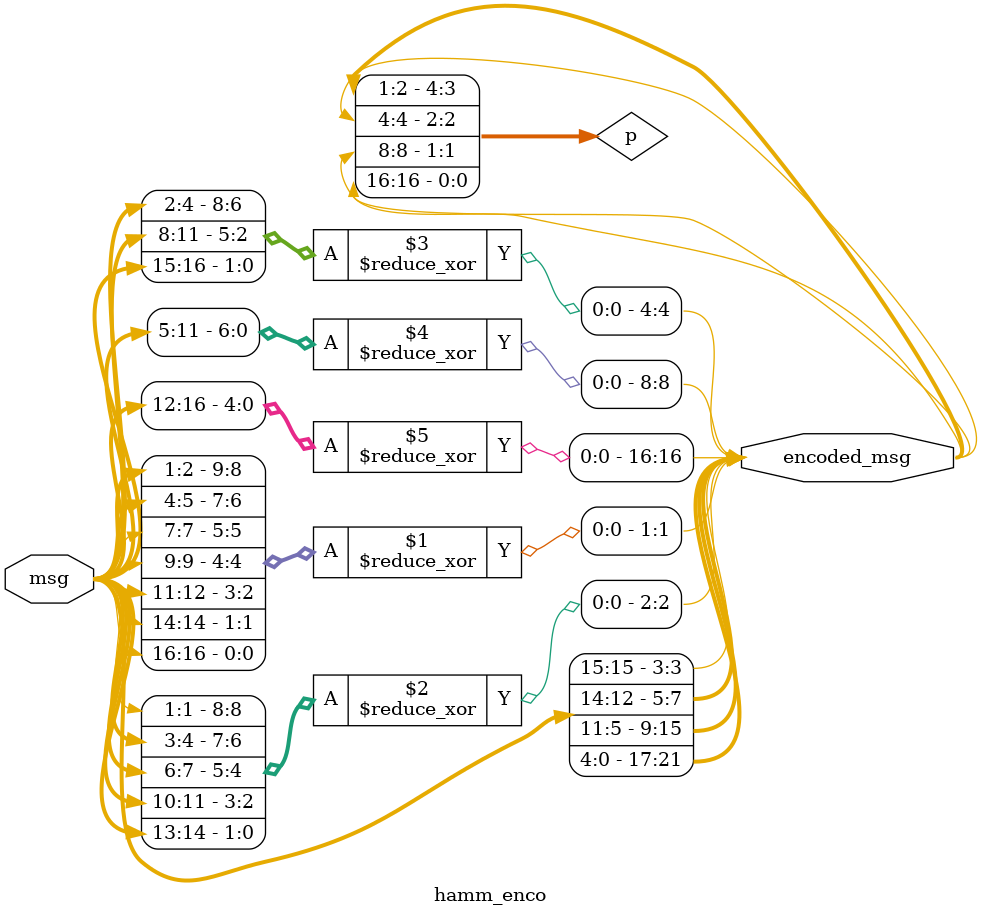
<source format=v>
`timescale 1ns / 1ps

module hamm_enco(msg,encoded_msg);
input [1:16]msg;
output [1:21]encoded_msg;

wire [1:5]p;
assign p[1] = ^{msg[1],msg[2],msg[4],msg[5],msg[7],msg[9],msg[11],msg[12],msg[14],msg[16]};
assign p[2] = ^{msg[1],msg[3:4],msg[6:7],msg[10:11],msg[13:14]};
assign p[3] = ^{msg[2:4],msg[8:11],msg[15:16]};
assign p[4] = ^msg[5:11];
assign p[5] = ^msg[12:16];

assign encoded_msg = {p[1:2],msg[1],p[3],msg[2:4],p[4],msg[5:11],p[5],msg[12:16]};

endmodule
</source>
